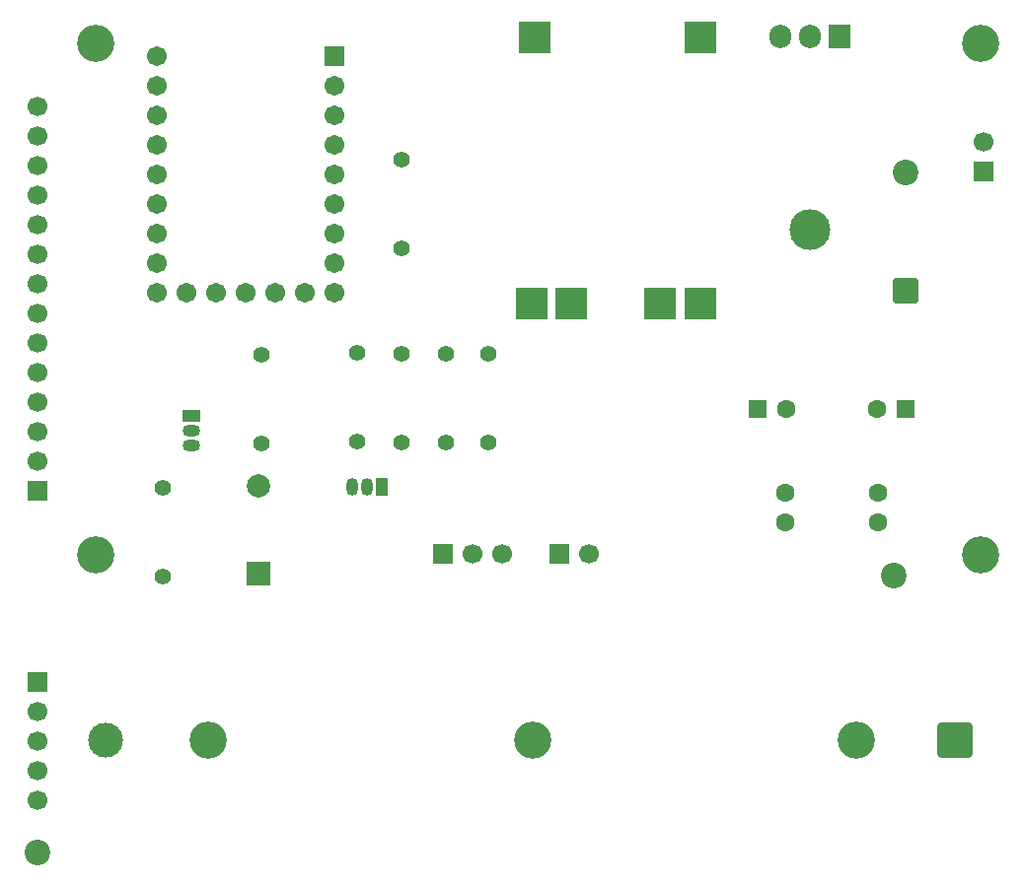
<source format=gbr>
%TF.GenerationSoftware,KiCad,Pcbnew,9.0.3*%
%TF.CreationDate,2025-08-16T14:39:39+02:00*%
%TF.ProjectId,pico-gps-spedometer,7069636f-2d67-4707-932d-737065646f6d,rev?*%
%TF.SameCoordinates,Original*%
%TF.FileFunction,Soldermask,Bot*%
%TF.FilePolarity,Negative*%
%FSLAX46Y46*%
G04 Gerber Fmt 4.6, Leading zero omitted, Abs format (unit mm)*
G04 Created by KiCad (PCBNEW 9.0.3) date 2025-08-16 14:39:39*
%MOMM*%
%LPD*%
G01*
G04 APERTURE LIST*
G04 Aperture macros list*
%AMRoundRect*
0 Rectangle with rounded corners*
0 $1 Rounding radius*
0 $2 $3 $4 $5 $6 $7 $8 $9 X,Y pos of 4 corners*
0 Add a 4 corners polygon primitive as box body*
4,1,4,$2,$3,$4,$5,$6,$7,$8,$9,$2,$3,0*
0 Add four circle primitives for the rounded corners*
1,1,$1+$1,$2,$3*
1,1,$1+$1,$4,$5*
1,1,$1+$1,$6,$7*
1,1,$1+$1,$8,$9*
0 Add four rect primitives between the rounded corners*
20,1,$1+$1,$2,$3,$4,$5,0*
20,1,$1+$1,$4,$5,$6,$7,0*
20,1,$1+$1,$6,$7,$8,$9,0*
20,1,$1+$1,$8,$9,$2,$3,0*%
G04 Aperture macros list end*
%ADD10C,3.200000*%
%ADD11RoundRect,0.249999X1.250001X1.250001X-1.250001X1.250001X-1.250001X-1.250001X1.250001X-1.250001X0*%
%ADD12C,3.000000*%
%ADD13C,2.200000*%
%ADD14RoundRect,0.249999X0.850001X-0.850001X0.850001X0.850001X-0.850001X0.850001X-0.850001X-0.850001X0*%
%ADD15R,1.700000X1.700000*%
%ADD16C,1.700000*%
%ADD17R,1.500000X1.050000*%
%ADD18O,1.500000X1.050000*%
%ADD19C,3.500000*%
%ADD20R,1.905000X2.000000*%
%ADD21O,1.905000X2.000000*%
%ADD22C,1.400000*%
%ADD23RoundRect,0.250000X-0.550000X-0.550000X0.550000X-0.550000X0.550000X0.550000X-0.550000X0.550000X0*%
%ADD24C,1.600000*%
%ADD25R,1.050000X1.500000*%
%ADD26O,1.050000X1.500000*%
%ADD27RoundRect,0.250000X0.550000X0.550000X-0.550000X0.550000X-0.550000X-0.550000X0.550000X-0.550000X0*%
%ADD28R,2.000000X2.000000*%
%ADD29C,2.000000*%
%ADD30RoundRect,0.102000X-0.754000X-0.754000X0.754000X-0.754000X0.754000X0.754000X-0.754000X0.754000X0*%
%ADD31C,1.712000*%
%ADD32R,2.800000X2.800000*%
G04 APERTURE END LIST*
D10*
%TO.C,*%
X99500000Y-86402500D03*
%TD*%
%TO.C,BT1*%
X127305000Y-86402500D03*
X71695000Y-86402500D03*
D11*
X135750000Y-86402500D03*
D12*
X62850000Y-86402500D03*
%TD*%
D13*
%TO.C,REF\u002A\u002A*%
X57000000Y-96000000D03*
%TD*%
%TO.C,REF\u002A\u002A*%
X130500000Y-72250000D03*
%TD*%
D10*
%TO.C,REF\u002A\u002A*%
X138000000Y-70500000D03*
%TD*%
D14*
%TO.C,D1*%
X131500000Y-47750000D03*
D13*
X131500000Y-37590000D03*
%TD*%
D15*
%TO.C,U2*%
X91850000Y-70402500D03*
D16*
X94390000Y-70402500D03*
X96930000Y-70402500D03*
%TD*%
D15*
%TO.C,J3*%
X57000000Y-81420000D03*
D16*
X57000000Y-83960000D03*
X57000000Y-86500000D03*
X57000000Y-89040000D03*
X57000000Y-91580000D03*
%TD*%
D17*
%TO.C,Q2*%
X70250000Y-58500000D03*
D18*
X70250000Y-59770000D03*
X70250000Y-61040000D03*
%TD*%
D10*
%TO.C,REF\u002A\u002A*%
X62000000Y-26500000D03*
%TD*%
D19*
%TO.C,U3*%
X123345000Y-42562500D03*
D20*
X125885000Y-25902500D03*
D21*
X123345000Y-25902500D03*
X120805000Y-25902500D03*
%TD*%
D10*
%TO.C,REF\u002A\u002A*%
X62000000Y-70500000D03*
%TD*%
D22*
%TO.C,R3*%
X88305000Y-53152500D03*
X88305000Y-60772500D03*
%TD*%
D23*
%TO.C,C4*%
X118805000Y-57902500D03*
D24*
X121305000Y-57902500D03*
%TD*%
D15*
%TO.C,U4*%
X57055000Y-64922500D03*
D16*
X57055000Y-62382500D03*
X57055000Y-59842500D03*
X57055000Y-57302500D03*
X57055000Y-54762500D03*
X57055000Y-52222500D03*
X57055000Y-49682500D03*
X57055000Y-47142500D03*
X57055000Y-44602500D03*
X57055000Y-42062500D03*
X57055000Y-39522500D03*
X57055000Y-36982500D03*
X57055000Y-34442500D03*
X57055000Y-31902500D03*
%TD*%
D22*
%TO.C,R7*%
X67750000Y-72310000D03*
X67750000Y-64690000D03*
%TD*%
D25*
%TO.C,Q1*%
X86555000Y-64652500D03*
D26*
X85285000Y-64652500D03*
X84015000Y-64652500D03*
%TD*%
D22*
%TO.C,R8*%
X76250000Y-60870000D03*
X76250000Y-53250000D03*
%TD*%
%TO.C,R4*%
X84430000Y-53092500D03*
X84430000Y-60712500D03*
%TD*%
D24*
%TO.C,C2*%
X129180000Y-67652500D03*
X129180000Y-65152500D03*
%TD*%
D15*
%TO.C,R5*%
X101805000Y-70402500D03*
D16*
X104345000Y-70402500D03*
%TD*%
D15*
%TO.C,J1*%
X138250000Y-37525000D03*
D16*
X138250000Y-34985000D03*
%TD*%
D10*
%TO.C,REF\u002A\u002A*%
X138000000Y-26500000D03*
%TD*%
D27*
%TO.C,C3*%
X131555000Y-57902500D03*
D24*
X129055000Y-57902500D03*
%TD*%
D28*
%TO.C,BZ1*%
X76000000Y-72100000D03*
D29*
X76000000Y-64500000D03*
%TD*%
D30*
%TO.C,U1*%
X82490000Y-27652500D03*
D31*
X82490000Y-30192500D03*
X82490000Y-32732500D03*
X82490000Y-35272500D03*
X82490000Y-37812500D03*
X82490000Y-40352500D03*
X82490000Y-42892500D03*
X82490000Y-45432500D03*
X82490000Y-47972500D03*
X79950000Y-47972500D03*
X77410000Y-47972500D03*
X74870000Y-47972500D03*
X72330000Y-47972500D03*
X69790000Y-47972500D03*
X67250000Y-47972500D03*
X67250000Y-45432500D03*
X67250000Y-42892500D03*
X67250000Y-40352500D03*
X67250000Y-37812500D03*
X67250000Y-35272500D03*
X67250000Y-32732500D03*
X67250000Y-30192500D03*
X67250000Y-27652500D03*
%TD*%
D32*
%TO.C,J2*%
X113917500Y-25990000D03*
X99717500Y-25990000D03*
X113917500Y-48890000D03*
X99417500Y-48890000D03*
X110417500Y-48890000D03*
X102817500Y-48890000D03*
%TD*%
D22*
%TO.C,R1*%
X95680000Y-60772500D03*
X95680000Y-53152500D03*
%TD*%
%TO.C,R2*%
X88305000Y-36532500D03*
X88305000Y-44152500D03*
%TD*%
D24*
%TO.C,C1*%
X121180000Y-67652500D03*
X121180000Y-65152500D03*
%TD*%
D22*
%TO.C,R6*%
X92055000Y-53152500D03*
X92055000Y-60772500D03*
%TD*%
M02*

</source>
